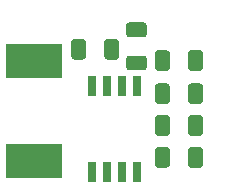
<source format=gbr>
G04 #@! TF.GenerationSoftware,KiCad,Pcbnew,(5.1.10)-1*
G04 #@! TF.CreationDate,2021-05-27T14:09:39+02:00*
G04 #@! TF.ProjectId,HV_UV_detect,48565f55-565f-4646-9574-6563742e6b69,0v2*
G04 #@! TF.SameCoordinates,Original*
G04 #@! TF.FileFunction,Paste,Top*
G04 #@! TF.FilePolarity,Positive*
%FSLAX46Y46*%
G04 Gerber Fmt 4.6, Leading zero omitted, Abs format (unit mm)*
G04 Created by KiCad (PCBNEW (5.1.10)-1) date 2021-05-27 14:09:39*
%MOMM*%
%LPD*%
G01*
G04 APERTURE LIST*
%ADD10R,0.650000X1.700000*%
%ADD11R,4.750000X3.000000*%
G04 APERTURE END LIST*
D10*
X155095000Y-91850000D03*
X156365000Y-91850000D03*
X157635000Y-91850000D03*
X158905000Y-91850000D03*
X158905000Y-99150000D03*
X157635000Y-99150000D03*
X156365000Y-99150000D03*
X155095000Y-99150000D03*
D11*
X150200000Y-98200000D03*
X150200000Y-89700000D03*
G36*
G01*
X160475000Y-98525000D02*
X160475000Y-97275000D01*
G75*
G02*
X160725000Y-97025000I250000J0D01*
G01*
X161475000Y-97025000D01*
G75*
G02*
X161725000Y-97275000I0J-250000D01*
G01*
X161725000Y-98525000D01*
G75*
G02*
X161475000Y-98775000I-250000J0D01*
G01*
X160725000Y-98775000D01*
G75*
G02*
X160475000Y-98525000I0J250000D01*
G01*
G37*
G36*
G01*
X163275000Y-98525000D02*
X163275000Y-97275000D01*
G75*
G02*
X163525000Y-97025000I250000J0D01*
G01*
X164275000Y-97025000D01*
G75*
G02*
X164525000Y-97275000I0J-250000D01*
G01*
X164525000Y-98525000D01*
G75*
G02*
X164275000Y-98775000I-250000J0D01*
G01*
X163525000Y-98775000D01*
G75*
G02*
X163275000Y-98525000I0J250000D01*
G01*
G37*
G36*
G01*
X153375000Y-89375000D02*
X153375000Y-88125000D01*
G75*
G02*
X153625000Y-87875000I250000J0D01*
G01*
X154375000Y-87875000D01*
G75*
G02*
X154625000Y-88125000I0J-250000D01*
G01*
X154625000Y-89375000D01*
G75*
G02*
X154375000Y-89625000I-250000J0D01*
G01*
X153625000Y-89625000D01*
G75*
G02*
X153375000Y-89375000I0J250000D01*
G01*
G37*
G36*
G01*
X156175000Y-89375000D02*
X156175000Y-88125000D01*
G75*
G02*
X156425000Y-87875000I250000J0D01*
G01*
X157175000Y-87875000D01*
G75*
G02*
X157425000Y-88125000I0J-250000D01*
G01*
X157425000Y-89375000D01*
G75*
G02*
X157175000Y-89625000I-250000J0D01*
G01*
X156425000Y-89625000D01*
G75*
G02*
X156175000Y-89375000I0J250000D01*
G01*
G37*
G36*
G01*
X159525000Y-90525000D02*
X158275000Y-90525000D01*
G75*
G02*
X158025000Y-90275000I0J250000D01*
G01*
X158025000Y-89525000D01*
G75*
G02*
X158275000Y-89275000I250000J0D01*
G01*
X159525000Y-89275000D01*
G75*
G02*
X159775000Y-89525000I0J-250000D01*
G01*
X159775000Y-90275000D01*
G75*
G02*
X159525000Y-90525000I-250000J0D01*
G01*
G37*
G36*
G01*
X159525000Y-87725000D02*
X158275000Y-87725000D01*
G75*
G02*
X158025000Y-87475000I0J250000D01*
G01*
X158025000Y-86725000D01*
G75*
G02*
X158275000Y-86475000I250000J0D01*
G01*
X159525000Y-86475000D01*
G75*
G02*
X159775000Y-86725000I0J-250000D01*
G01*
X159775000Y-87475000D01*
G75*
G02*
X159525000Y-87725000I-250000J0D01*
G01*
G37*
G36*
G01*
X161725000Y-91875000D02*
X161725000Y-93125000D01*
G75*
G02*
X161475000Y-93375000I-250000J0D01*
G01*
X160725000Y-93375000D01*
G75*
G02*
X160475000Y-93125000I0J250000D01*
G01*
X160475000Y-91875000D01*
G75*
G02*
X160725000Y-91625000I250000J0D01*
G01*
X161475000Y-91625000D01*
G75*
G02*
X161725000Y-91875000I0J-250000D01*
G01*
G37*
G36*
G01*
X164525000Y-91875000D02*
X164525000Y-93125000D01*
G75*
G02*
X164275000Y-93375000I-250000J0D01*
G01*
X163525000Y-93375000D01*
G75*
G02*
X163275000Y-93125000I0J250000D01*
G01*
X163275000Y-91875000D01*
G75*
G02*
X163525000Y-91625000I250000J0D01*
G01*
X164275000Y-91625000D01*
G75*
G02*
X164525000Y-91875000I0J-250000D01*
G01*
G37*
G36*
G01*
X163275000Y-95825000D02*
X163275000Y-94575000D01*
G75*
G02*
X163525000Y-94325000I250000J0D01*
G01*
X164275000Y-94325000D01*
G75*
G02*
X164525000Y-94575000I0J-250000D01*
G01*
X164525000Y-95825000D01*
G75*
G02*
X164275000Y-96075000I-250000J0D01*
G01*
X163525000Y-96075000D01*
G75*
G02*
X163275000Y-95825000I0J250000D01*
G01*
G37*
G36*
G01*
X160475000Y-95825000D02*
X160475000Y-94575000D01*
G75*
G02*
X160725000Y-94325000I250000J0D01*
G01*
X161475000Y-94325000D01*
G75*
G02*
X161725000Y-94575000I0J-250000D01*
G01*
X161725000Y-95825000D01*
G75*
G02*
X161475000Y-96075000I-250000J0D01*
G01*
X160725000Y-96075000D01*
G75*
G02*
X160475000Y-95825000I0J250000D01*
G01*
G37*
G36*
G01*
X164525000Y-89075000D02*
X164525000Y-90325000D01*
G75*
G02*
X164275000Y-90575000I-250000J0D01*
G01*
X163525000Y-90575000D01*
G75*
G02*
X163275000Y-90325000I0J250000D01*
G01*
X163275000Y-89075000D01*
G75*
G02*
X163525000Y-88825000I250000J0D01*
G01*
X164275000Y-88825000D01*
G75*
G02*
X164525000Y-89075000I0J-250000D01*
G01*
G37*
G36*
G01*
X161725000Y-89075000D02*
X161725000Y-90325000D01*
G75*
G02*
X161475000Y-90575000I-250000J0D01*
G01*
X160725000Y-90575000D01*
G75*
G02*
X160475000Y-90325000I0J250000D01*
G01*
X160475000Y-89075000D01*
G75*
G02*
X160725000Y-88825000I250000J0D01*
G01*
X161475000Y-88825000D01*
G75*
G02*
X161725000Y-89075000I0J-250000D01*
G01*
G37*
M02*

</source>
